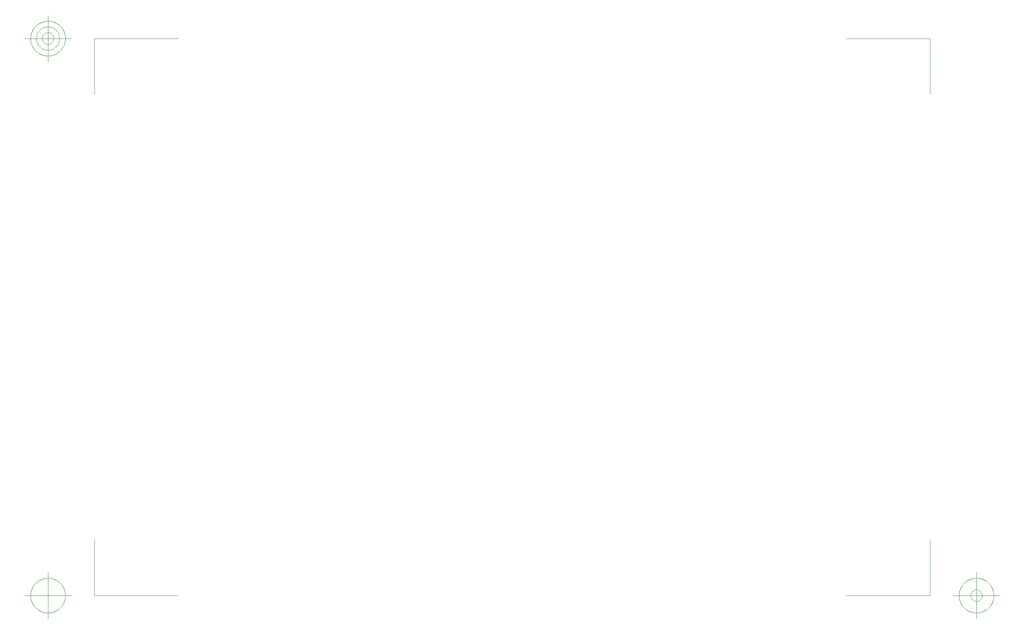
<source format=gbr>
G04 Generated by Ultiboard 10.0 *
%FSLAX25Y25*%
%MOIN*%

%ADD10C,0.00394*%


G04 ColorRGB 006666 for the following layer *
%LNOberseite L_uc100f6tpastenmaske*%
%LPD*%
%FSLAX25Y25*%
%MOIN*%
G54D10*
X-17512Y-14937D02*
X-17512Y32308D01*
X-17512Y-14937D02*
X53291Y-14937D01*
X690512Y-14937D02*
X619709Y-14937D01*
X690512Y-14937D02*
X690512Y32308D01*
X690512Y457512D02*
X690512Y410267D01*
X690512Y457512D02*
X619709Y457512D01*
X-17512Y457512D02*
X53291Y457512D01*
X-17512Y457512D02*
X-17512Y410267D01*
X-37197Y-14937D02*
X-76567Y-14937D01*
X-56882Y-34622D02*
X-56882Y4748D01*
X-42118Y-14937D02*
X-42189Y-13490D01*
X-42189Y-13490D02*
X-42402Y-12057D01*
X-42402Y-12057D02*
X-42754Y-10651D01*
X-42754Y-10651D02*
X-43242Y-9287D01*
X-43242Y-9287D02*
X-43861Y-7977D01*
X-43861Y-7977D02*
X-44606Y-6735D01*
X-44606Y-6735D02*
X-45469Y-5571D01*
X-45469Y-5571D02*
X-46442Y-4497D01*
X-46442Y-4497D02*
X-47516Y-3524D01*
X-47516Y-3524D02*
X-48680Y-2661D01*
X-48680Y-2661D02*
X-49922Y-1917D01*
X-49922Y-1917D02*
X-51232Y-1297D01*
X-51232Y-1297D02*
X-52596Y-809D01*
X-52596Y-809D02*
X-54002Y-457D01*
X-54002Y-457D02*
X-55435Y-244D01*
X-55435Y-244D02*
X-56882Y-173D01*
X-56882Y-173D02*
X-58329Y-244D01*
X-58329Y-244D02*
X-59762Y-457D01*
X-59762Y-457D02*
X-61168Y-809D01*
X-61168Y-809D02*
X-62532Y-1297D01*
X-62532Y-1297D02*
X-63841Y-1917D01*
X-63841Y-1917D02*
X-65084Y-2661D01*
X-65084Y-2661D02*
X-66248Y-3524D01*
X-66248Y-3524D02*
X-67321Y-4497D01*
X-67321Y-4497D02*
X-68294Y-5571D01*
X-68294Y-5571D02*
X-69158Y-6735D01*
X-69158Y-6735D02*
X-69902Y-7977D01*
X-69902Y-7977D02*
X-70522Y-9287D01*
X-70522Y-9287D02*
X-71010Y-10651D01*
X-71010Y-10651D02*
X-71362Y-12057D01*
X-71362Y-12057D02*
X-71575Y-13490D01*
X-71575Y-13490D02*
X-71646Y-14937D01*
X-71646Y-14937D02*
X-71575Y-16384D01*
X-71575Y-16384D02*
X-71362Y-17817D01*
X-71362Y-17817D02*
X-71010Y-19223D01*
X-71010Y-19223D02*
X-70522Y-20587D01*
X-70522Y-20587D02*
X-69902Y-21897D01*
X-69902Y-21897D02*
X-69158Y-23139D01*
X-69158Y-23139D02*
X-68294Y-24303D01*
X-68294Y-24303D02*
X-67321Y-25377D01*
X-67321Y-25377D02*
X-66248Y-26350D01*
X-66248Y-26350D02*
X-65084Y-27213D01*
X-65084Y-27213D02*
X-63841Y-27957D01*
X-63841Y-27957D02*
X-62532Y-28577D01*
X-62532Y-28577D02*
X-61168Y-29065D01*
X-61168Y-29065D02*
X-59762Y-29417D01*
X-59762Y-29417D02*
X-58329Y-29630D01*
X-58329Y-29630D02*
X-56882Y-29701D01*
X-56882Y-29701D02*
X-55435Y-29630D01*
X-55435Y-29630D02*
X-54002Y-29417D01*
X-54002Y-29417D02*
X-52596Y-29065D01*
X-52596Y-29065D02*
X-51232Y-28577D01*
X-51232Y-28577D02*
X-49922Y-27957D01*
X-49922Y-27957D02*
X-48680Y-27213D01*
X-48680Y-27213D02*
X-47516Y-26350D01*
X-47516Y-26350D02*
X-46442Y-25377D01*
X-46442Y-25377D02*
X-45469Y-24303D01*
X-45469Y-24303D02*
X-44606Y-23139D01*
X-44606Y-23139D02*
X-43861Y-21897D01*
X-43861Y-21897D02*
X-43242Y-20587D01*
X-43242Y-20587D02*
X-42754Y-19223D01*
X-42754Y-19223D02*
X-42402Y-17817D01*
X-42402Y-17817D02*
X-42189Y-16384D01*
X-42189Y-16384D02*
X-42118Y-14937D01*
X710197Y-14937D02*
X749567Y-14937D01*
X729882Y-34622D02*
X729882Y4748D01*
X744646Y-14937D02*
X744575Y-13490D01*
X744575Y-13490D02*
X744362Y-12057D01*
X744362Y-12057D02*
X744010Y-10651D01*
X744010Y-10651D02*
X743522Y-9287D01*
X743522Y-9287D02*
X742902Y-7977D01*
X742902Y-7977D02*
X742158Y-6735D01*
X742158Y-6735D02*
X741294Y-5571D01*
X741294Y-5571D02*
X740321Y-4497D01*
X740321Y-4497D02*
X739248Y-3524D01*
X739248Y-3524D02*
X738084Y-2661D01*
X738084Y-2661D02*
X736841Y-1917D01*
X736841Y-1917D02*
X735532Y-1297D01*
X735532Y-1297D02*
X734168Y-809D01*
X734168Y-809D02*
X732762Y-457D01*
X732762Y-457D02*
X731329Y-244D01*
X731329Y-244D02*
X729882Y-173D01*
X729882Y-173D02*
X728435Y-244D01*
X728435Y-244D02*
X727002Y-457D01*
X727002Y-457D02*
X725596Y-809D01*
X725596Y-809D02*
X724232Y-1297D01*
X724232Y-1297D02*
X722922Y-1917D01*
X722922Y-1917D02*
X721680Y-2661D01*
X721680Y-2661D02*
X720516Y-3524D01*
X720516Y-3524D02*
X719442Y-4497D01*
X719442Y-4497D02*
X718469Y-5571D01*
X718469Y-5571D02*
X717606Y-6735D01*
X717606Y-6735D02*
X716861Y-7977D01*
X716861Y-7977D02*
X716242Y-9287D01*
X716242Y-9287D02*
X715754Y-10651D01*
X715754Y-10651D02*
X715402Y-12057D01*
X715402Y-12057D02*
X715189Y-13490D01*
X715189Y-13490D02*
X715118Y-14937D01*
X715118Y-14937D02*
X715189Y-16384D01*
X715189Y-16384D02*
X715402Y-17817D01*
X715402Y-17817D02*
X715754Y-19223D01*
X715754Y-19223D02*
X716242Y-20587D01*
X716242Y-20587D02*
X716861Y-21897D01*
X716861Y-21897D02*
X717606Y-23139D01*
X717606Y-23139D02*
X718469Y-24303D01*
X718469Y-24303D02*
X719442Y-25377D01*
X719442Y-25377D02*
X720516Y-26350D01*
X720516Y-26350D02*
X721680Y-27213D01*
X721680Y-27213D02*
X722922Y-27957D01*
X722922Y-27957D02*
X724232Y-28577D01*
X724232Y-28577D02*
X725596Y-29065D01*
X725596Y-29065D02*
X727002Y-29417D01*
X727002Y-29417D02*
X728435Y-29630D01*
X728435Y-29630D02*
X729882Y-29701D01*
X729882Y-29701D02*
X731329Y-29630D01*
X731329Y-29630D02*
X732762Y-29417D01*
X732762Y-29417D02*
X734168Y-29065D01*
X734168Y-29065D02*
X735532Y-28577D01*
X735532Y-28577D02*
X736841Y-27957D01*
X736841Y-27957D02*
X738084Y-27213D01*
X738084Y-27213D02*
X739248Y-26350D01*
X739248Y-26350D02*
X740321Y-25377D01*
X740321Y-25377D02*
X741294Y-24303D01*
X741294Y-24303D02*
X742158Y-23139D01*
X742158Y-23139D02*
X742902Y-21897D01*
X742902Y-21897D02*
X743522Y-20587D01*
X743522Y-20587D02*
X744010Y-19223D01*
X744010Y-19223D02*
X744362Y-17817D01*
X744362Y-17817D02*
X744575Y-16384D01*
X744575Y-16384D02*
X744646Y-14937D01*
X734803Y-14937D02*
X734779Y-14455D01*
X734779Y-14455D02*
X734709Y-13977D01*
X734709Y-13977D02*
X734591Y-13508D01*
X734591Y-13508D02*
X734429Y-13054D01*
X734429Y-13054D02*
X734222Y-12617D01*
X734222Y-12617D02*
X733974Y-12203D01*
X733974Y-12203D02*
X733686Y-11815D01*
X733686Y-11815D02*
X733362Y-11457D01*
X733362Y-11457D02*
X733004Y-11133D01*
X733004Y-11133D02*
X732616Y-10845D01*
X732616Y-10845D02*
X732202Y-10597D01*
X732202Y-10597D02*
X731765Y-10390D01*
X731765Y-10390D02*
X731310Y-10228D01*
X731310Y-10228D02*
X730842Y-10110D01*
X730842Y-10110D02*
X730364Y-10039D01*
X730364Y-10039D02*
X729882Y-10016D01*
X729882Y-10016D02*
X729400Y-10039D01*
X729400Y-10039D02*
X728922Y-10110D01*
X728922Y-10110D02*
X728453Y-10228D01*
X728453Y-10228D02*
X727999Y-10390D01*
X727999Y-10390D02*
X727562Y-10597D01*
X727562Y-10597D02*
X727148Y-10845D01*
X727148Y-10845D02*
X726760Y-11133D01*
X726760Y-11133D02*
X726402Y-11457D01*
X726402Y-11457D02*
X726078Y-11815D01*
X726078Y-11815D02*
X725790Y-12203D01*
X725790Y-12203D02*
X725542Y-12617D01*
X725542Y-12617D02*
X725335Y-13054D01*
X725335Y-13054D02*
X725173Y-13508D01*
X725173Y-13508D02*
X725055Y-13977D01*
X725055Y-13977D02*
X724984Y-14455D01*
X724984Y-14455D02*
X724961Y-14937D01*
X724961Y-14937D02*
X724984Y-15419D01*
X724984Y-15419D02*
X725055Y-15897D01*
X725055Y-15897D02*
X725173Y-16366D01*
X725173Y-16366D02*
X725335Y-16820D01*
X725335Y-16820D02*
X725542Y-17257D01*
X725542Y-17257D02*
X725790Y-17671D01*
X725790Y-17671D02*
X726078Y-18059D01*
X726078Y-18059D02*
X726402Y-18417D01*
X726402Y-18417D02*
X726760Y-18741D01*
X726760Y-18741D02*
X727148Y-19029D01*
X727148Y-19029D02*
X727562Y-19277D01*
X727562Y-19277D02*
X727999Y-19484D01*
X727999Y-19484D02*
X728453Y-19646D01*
X728453Y-19646D02*
X728922Y-19764D01*
X728922Y-19764D02*
X729400Y-19835D01*
X729400Y-19835D02*
X729882Y-19858D01*
X729882Y-19858D02*
X730364Y-19835D01*
X730364Y-19835D02*
X730842Y-19764D01*
X730842Y-19764D02*
X731310Y-19646D01*
X731310Y-19646D02*
X731765Y-19484D01*
X731765Y-19484D02*
X732202Y-19277D01*
X732202Y-19277D02*
X732616Y-19029D01*
X732616Y-19029D02*
X733004Y-18741D01*
X733004Y-18741D02*
X733362Y-18417D01*
X733362Y-18417D02*
X733686Y-18059D01*
X733686Y-18059D02*
X733974Y-17671D01*
X733974Y-17671D02*
X734222Y-17257D01*
X734222Y-17257D02*
X734429Y-16820D01*
X734429Y-16820D02*
X734591Y-16366D01*
X734591Y-16366D02*
X734709Y-15897D01*
X734709Y-15897D02*
X734779Y-15419D01*
X734779Y-15419D02*
X734803Y-14937D01*
X-37197Y457512D02*
X-76567Y457512D01*
X-56882Y437827D02*
X-56882Y477197D01*
X-42118Y457512D02*
X-42189Y458959D01*
X-42189Y458959D02*
X-42402Y460392D01*
X-42402Y460392D02*
X-42754Y461798D01*
X-42754Y461798D02*
X-43242Y463162D01*
X-43242Y463162D02*
X-43861Y464471D01*
X-43861Y464471D02*
X-44606Y465714D01*
X-44606Y465714D02*
X-45469Y466878D01*
X-45469Y466878D02*
X-46442Y467951D01*
X-46442Y467951D02*
X-47516Y468924D01*
X-47516Y468924D02*
X-48680Y469787D01*
X-48680Y469787D02*
X-49922Y470532D01*
X-49922Y470532D02*
X-51232Y471152D01*
X-51232Y471152D02*
X-52596Y471640D01*
X-52596Y471640D02*
X-54002Y471992D01*
X-54002Y471992D02*
X-55435Y472205D01*
X-55435Y472205D02*
X-56882Y472276D01*
X-56882Y472276D02*
X-58329Y472205D01*
X-58329Y472205D02*
X-59762Y471992D01*
X-59762Y471992D02*
X-61168Y471640D01*
X-61168Y471640D02*
X-62532Y471152D01*
X-62532Y471152D02*
X-63841Y470532D01*
X-63841Y470532D02*
X-65084Y469787D01*
X-65084Y469787D02*
X-66248Y468924D01*
X-66248Y468924D02*
X-67321Y467951D01*
X-67321Y467951D02*
X-68294Y466878D01*
X-68294Y466878D02*
X-69158Y465714D01*
X-69158Y465714D02*
X-69902Y464471D01*
X-69902Y464471D02*
X-70522Y463162D01*
X-70522Y463162D02*
X-71010Y461798D01*
X-71010Y461798D02*
X-71362Y460392D01*
X-71362Y460392D02*
X-71575Y458959D01*
X-71575Y458959D02*
X-71646Y457512D01*
X-71646Y457512D02*
X-71575Y456065D01*
X-71575Y456065D02*
X-71362Y454632D01*
X-71362Y454632D02*
X-71010Y453226D01*
X-71010Y453226D02*
X-70522Y451862D01*
X-70522Y451862D02*
X-69902Y450552D01*
X-69902Y450552D02*
X-69158Y449310D01*
X-69158Y449310D02*
X-68294Y448146D01*
X-68294Y448146D02*
X-67321Y447072D01*
X-67321Y447072D02*
X-66248Y446099D01*
X-66248Y446099D02*
X-65084Y445236D01*
X-65084Y445236D02*
X-63841Y444491D01*
X-63841Y444491D02*
X-62532Y443872D01*
X-62532Y443872D02*
X-61168Y443384D01*
X-61168Y443384D02*
X-59762Y443032D01*
X-59762Y443032D02*
X-58329Y442819D01*
X-58329Y442819D02*
X-56882Y442748D01*
X-56882Y442748D02*
X-55435Y442819D01*
X-55435Y442819D02*
X-54002Y443032D01*
X-54002Y443032D02*
X-52596Y443384D01*
X-52596Y443384D02*
X-51232Y443872D01*
X-51232Y443872D02*
X-49922Y444491D01*
X-49922Y444491D02*
X-48680Y445236D01*
X-48680Y445236D02*
X-47516Y446099D01*
X-47516Y446099D02*
X-46442Y447072D01*
X-46442Y447072D02*
X-45469Y448146D01*
X-45469Y448146D02*
X-44606Y449310D01*
X-44606Y449310D02*
X-43861Y450552D01*
X-43861Y450552D02*
X-43242Y451862D01*
X-43242Y451862D02*
X-42754Y453226D01*
X-42754Y453226D02*
X-42402Y454632D01*
X-42402Y454632D02*
X-42189Y456065D01*
X-42189Y456065D02*
X-42118Y457512D01*
X-47039Y457512D02*
X-47087Y458477D01*
X-47087Y458477D02*
X-47228Y459432D01*
X-47228Y459432D02*
X-47463Y460369D01*
X-47463Y460369D02*
X-47789Y461278D01*
X-47789Y461278D02*
X-48202Y462152D01*
X-48202Y462152D02*
X-48698Y462980D01*
X-48698Y462980D02*
X-49274Y463756D01*
X-49274Y463756D02*
X-49922Y464472D01*
X-49922Y464472D02*
X-50638Y465120D01*
X-50638Y465120D02*
X-51414Y465696D01*
X-51414Y465696D02*
X-52242Y466192D01*
X-52242Y466192D02*
X-53115Y466605D01*
X-53115Y466605D02*
X-54025Y466931D01*
X-54025Y466931D02*
X-54962Y467165D01*
X-54962Y467165D02*
X-55917Y467307D01*
X-55917Y467307D02*
X-56882Y467354D01*
X-56882Y467354D02*
X-57847Y467307D01*
X-57847Y467307D02*
X-58802Y467165D01*
X-58802Y467165D02*
X-59739Y466931D01*
X-59739Y466931D02*
X-60648Y466605D01*
X-60648Y466605D02*
X-61522Y466192D01*
X-61522Y466192D02*
X-62350Y465696D01*
X-62350Y465696D02*
X-63126Y465120D01*
X-63126Y465120D02*
X-63842Y464472D01*
X-63842Y464472D02*
X-64490Y463756D01*
X-64490Y463756D02*
X-65066Y462980D01*
X-65066Y462980D02*
X-65562Y462152D01*
X-65562Y462152D02*
X-65975Y461278D01*
X-65975Y461278D02*
X-66301Y460369D01*
X-66301Y460369D02*
X-66535Y459432D01*
X-66535Y459432D02*
X-66677Y458477D01*
X-66677Y458477D02*
X-66724Y457512D01*
X-66724Y457512D02*
X-66677Y456547D01*
X-66677Y456547D02*
X-66535Y455592D01*
X-66535Y455592D02*
X-66301Y454655D01*
X-66301Y454655D02*
X-65975Y453745D01*
X-65975Y453745D02*
X-65562Y452872D01*
X-65562Y452872D02*
X-65066Y452044D01*
X-65066Y452044D02*
X-64490Y451268D01*
X-64490Y451268D02*
X-63842Y450552D01*
X-63842Y450552D02*
X-63126Y449903D01*
X-63126Y449903D02*
X-62350Y449328D01*
X-62350Y449328D02*
X-61522Y448831D01*
X-61522Y448831D02*
X-60648Y448419D01*
X-60648Y448419D02*
X-59739Y448093D01*
X-59739Y448093D02*
X-58802Y447858D01*
X-58802Y447858D02*
X-57847Y447717D01*
X-57847Y447717D02*
X-56882Y447669D01*
X-56882Y447669D02*
X-55917Y447717D01*
X-55917Y447717D02*
X-54962Y447858D01*
X-54962Y447858D02*
X-54025Y448093D01*
X-54025Y448093D02*
X-53115Y448419D01*
X-53115Y448419D02*
X-52242Y448831D01*
X-52242Y448831D02*
X-51414Y449328D01*
X-51414Y449328D02*
X-50638Y449903D01*
X-50638Y449903D02*
X-49922Y450552D01*
X-49922Y450552D02*
X-49274Y451268D01*
X-49274Y451268D02*
X-48698Y452044D01*
X-48698Y452044D02*
X-48202Y452872D01*
X-48202Y452872D02*
X-47789Y453745D01*
X-47789Y453745D02*
X-47463Y454655D01*
X-47463Y454655D02*
X-47228Y455592D01*
X-47228Y455592D02*
X-47087Y456547D01*
X-47087Y456547D02*
X-47039Y457512D01*
X-51961Y457512D02*
X-51984Y457994D01*
X-51984Y457994D02*
X-52055Y458472D01*
X-52055Y458472D02*
X-52173Y458940D01*
X-52173Y458940D02*
X-52335Y459395D01*
X-52335Y459395D02*
X-52542Y459832D01*
X-52542Y459832D02*
X-52790Y460246D01*
X-52790Y460246D02*
X-53078Y460634D01*
X-53078Y460634D02*
X-53402Y460992D01*
X-53402Y460992D02*
X-53760Y461316D01*
X-53760Y461316D02*
X-54148Y461604D01*
X-54148Y461604D02*
X-54562Y461852D01*
X-54562Y461852D02*
X-54999Y462058D01*
X-54999Y462058D02*
X-55453Y462221D01*
X-55453Y462221D02*
X-55922Y462339D01*
X-55922Y462339D02*
X-56400Y462409D01*
X-56400Y462409D02*
X-56882Y462433D01*
X-56882Y462433D02*
X-57364Y462409D01*
X-57364Y462409D02*
X-57842Y462339D01*
X-57842Y462339D02*
X-58310Y462221D01*
X-58310Y462221D02*
X-58765Y462058D01*
X-58765Y462058D02*
X-59202Y461852D01*
X-59202Y461852D02*
X-59616Y461604D01*
X-59616Y461604D02*
X-60004Y461316D01*
X-60004Y461316D02*
X-60362Y460992D01*
X-60362Y460992D02*
X-60686Y460634D01*
X-60686Y460634D02*
X-60974Y460246D01*
X-60974Y460246D02*
X-61222Y459832D01*
X-61222Y459832D02*
X-61429Y459395D01*
X-61429Y459395D02*
X-61591Y458940D01*
X-61591Y458940D02*
X-61709Y458472D01*
X-61709Y458472D02*
X-61779Y457994D01*
X-61779Y457994D02*
X-61803Y457512D01*
X-61803Y457512D02*
X-61779Y457029D01*
X-61779Y457029D02*
X-61709Y456552D01*
X-61709Y456552D02*
X-61591Y456083D01*
X-61591Y456083D02*
X-61429Y455629D01*
X-61429Y455629D02*
X-61222Y455192D01*
X-61222Y455192D02*
X-60974Y454778D01*
X-60974Y454778D02*
X-60686Y454390D01*
X-60686Y454390D02*
X-60362Y454032D01*
X-60362Y454032D02*
X-60004Y453708D01*
X-60004Y453708D02*
X-59616Y453420D01*
X-59616Y453420D02*
X-59202Y453172D01*
X-59202Y453172D02*
X-58765Y452965D01*
X-58765Y452965D02*
X-58310Y452802D01*
X-58310Y452802D02*
X-57842Y452685D01*
X-57842Y452685D02*
X-57364Y452614D01*
X-57364Y452614D02*
X-56882Y452591D01*
X-56882Y452591D02*
X-56400Y452614D01*
X-56400Y452614D02*
X-55922Y452685D01*
X-55922Y452685D02*
X-55453Y452802D01*
X-55453Y452802D02*
X-54999Y452965D01*
X-54999Y452965D02*
X-54562Y453172D01*
X-54562Y453172D02*
X-54148Y453420D01*
X-54148Y453420D02*
X-53760Y453708D01*
X-53760Y453708D02*
X-53402Y454032D01*
X-53402Y454032D02*
X-53078Y454390D01*
X-53078Y454390D02*
X-52790Y454778D01*
X-52790Y454778D02*
X-52542Y455192D01*
X-52542Y455192D02*
X-52335Y455629D01*
X-52335Y455629D02*
X-52173Y456083D01*
X-52173Y456083D02*
X-52055Y456552D01*
X-52055Y456552D02*
X-51984Y457029D01*
X-51984Y457029D02*
X-51961Y457512D01*

M00*

</source>
